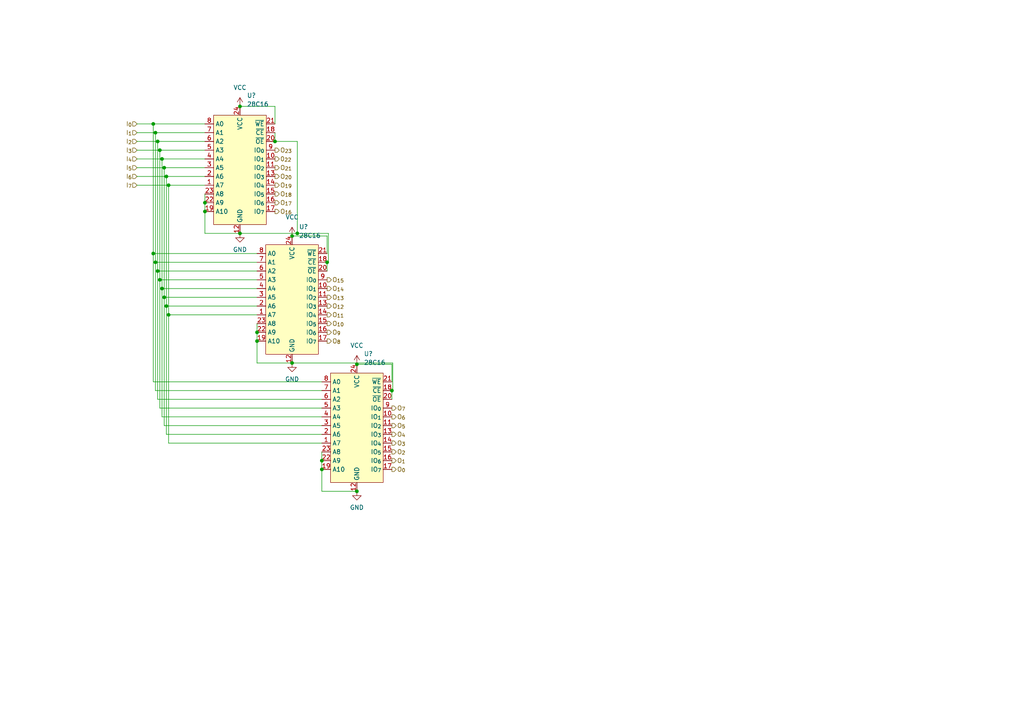
<source format=kicad_sch>
(kicad_sch (version 20211123) (generator eeschema)
  (paper "A4")
  (lib_symbols
    (symbol "Memory_EPROM:28C16"
      (property "Reference" "U" (at 0 -11.43 0))
      (property "Value" "28C16" (at 0 -7.62 0))
      (symbol "28C16_0_1"
        (rectangle (start -7.62 -1.27) (end 7.62 -33.02) (fill (type background)))
      )
      (symbol "28C16_1_1"
        (pin input line (at -10.16 -21.59 0) (length 2.54) (name "A7") (number "1"))
        (pin bidirectional line (at 10.16 -13.97 180) (length 2.54) (name "IO_{1}") (number "10"))
        (pin bidirectional line (at 10.16 -16.51 180) (length 2.54) (name "IO_{2}") (number "11"))
        (pin power_in line (at 0 -35.56 90) (length 2.54) (name "GND") (number "12"))
        (pin bidirectional line (at 10.16 -19.05 180) (length 2.54) (name "IO_{3}") (number "13"))
        (pin bidirectional line (at 10.16 -21.59 180) (length 2.54) (name "IO_{4}") (number "14"))
        (pin bidirectional line (at 10.16 -24.13 180) (length 2.54) (name "IO_{5}") (number "15"))
        (pin bidirectional line (at 10.16 -26.67 180) (length 2.54) (name "IO_{6}") (number "16"))
        (pin bidirectional line (at 10.16 -29.21 180) (length 2.54) (name "IO_{7}") (number "17"))
        (pin input line (at 10.16 -6.35 180) (length 2.54) (name "~{CE}") (number "18"))
        (pin input line (at -10.16 -29.21 0) (length 2.54) (name "A10") (number "19"))
        (pin input line (at -10.16 -19.05 0) (length 2.54) (name "A6") (number "2"))
        (pin input line (at 10.16 -8.89 180) (length 2.54) (name "~{OE}") (number "20"))
        (pin input line (at 10.16 -3.81 180) (length 2.54) (name "~{WE}") (number "21"))
        (pin input line (at -10.16 -26.67 0) (length 2.54) (name "A9") (number "22"))
        (pin input line (at -10.16 -24.13 0) (length 2.54) (name "A8") (number "23"))
        (pin power_in line (at 0 1.27 270) (length 2.54) (name "VCC") (number "24"))
        (pin input line (at -10.16 -16.51 0) (length 2.54) (name "A5") (number "3"))
        (pin input line (at -10.16 -13.97 0) (length 2.54) (name "A4") (number "4"))
        (pin input line (at -10.16 -11.43 0) (length 2.54) (name "A3") (number "5"))
        (pin input line (at -10.16 -8.89 0) (length 2.54) (name "A2") (number "6"))
        (pin input line (at -10.16 -6.35 0) (length 2.54) (name "A1") (number "7"))
        (pin input line (at -10.16 -3.81 0) (length 2.54) (name "A0") (number "8"))
        (pin bidirectional line (at 10.16 -11.43 180) (length 2.54) (name "IO_{0}") (number "9"))
      )
    )
    (symbol "power:GND" (power) (pin_names (offset 0))
      (property "Value" "GND" (at 0 -3.81 0))
      (symbol "GND_0_1"
        (polyline (pts (xy 0 0) (xy 0 -1.27) (xy 1.27 -1.27) (xy 0 -2.54) (xy -1.27 -1.27) (xy 0 -1.27)))
      )
      (symbol "GND_1_1"
        (pin power_in line (at 0 0 270) (length 0) hide (name "GND") (number "1"))
      )
    )
    (symbol "power:VCC" (power) (pin_names (offset 0))
      (property "Value" "VCC" (at 0 3.81 0))
      (symbol "VCC_0_1"
        (polyline (pts (xy -0.762 1.27) (xy 0 2.54)))
        (polyline (pts (xy 0 0) (xy 0 2.54)))
        (polyline (pts (xy 0 2.54) (xy 0.762 1.27)))
      )
      (symbol "VCC_1_1"
        (pin power_in line (at 0 0 90) (length 0) hide (name "VCC") (number "1"))
      )
    )
  )
  (junction (at 84.709 68.453))
  (junction (at 47.625 86.233))
  (junction (at 48.895 91.313))
  (junction (at 103.505 142.494))
  (junction (at 47.625 48.641))
  (junction (at 45.085 38.481))
  (junction (at 86.233 67.691))
  (junction (at 59.436 58.801))
  (junction (at 46.99 83.693))
  (junction (at 44.45 73.533))
  (junction (at 46.355 81.153))
  (junction (at 45.72 78.613))
  (junction (at 46.355 43.561))
  (junction (at 45.72 41.021))
  (junction (at 93.345 133.604))
  (junction (at 103.505 105.664))
  (junction (at 94.869 76.073))
  (junction (at 48.26 51.181))
  (junction (at 69.596 30.861))
  (junction (at 46.99 46.101))
  (junction (at 69.596 67.691))
  (junction (at 113.665 113.284))
  (junction (at 84.709 105.283))
  (junction (at 48.26 88.773))
  (junction (at 44.45 35.941))
  (junction (at 93.345 136.144))
  (junction (at 59.436 61.341))
  (junction (at 74.549 98.933))
  (junction (at 74.549 96.393))
  (junction (at 48.895 53.721))
  (junction (at 79.756 41.021))
  (junction (at 45.085 76.073))
  (wire (pts (xy 46.99 46.101) (xy 59.436 46.101)))
  (wire (pts (xy 93.345 133.604) (xy 93.345 136.144)))
  (wire (pts (xy 47.625 86.233) (xy 47.625 123.444)))
  (wire (pts (xy 45.085 113.284) (xy 93.345 113.284)))
  (wire (pts (xy 113.919 113.284) (xy 113.919 105.283)))
  (wire (pts (xy 74.549 105.283) (xy 84.709 105.283)))
  (wire (pts (xy 79.756 35.941) (xy 79.756 30.861)))
  (wire (pts (xy 46.99 120.904) (xy 93.345 120.904)))
  (wire (pts (xy 113.665 115.824) (xy 113.665 113.284)))
  (wire (pts (xy 93.345 136.144) (xy 93.345 142.494)))
  (wire (pts (xy 74.549 96.393) (xy 74.549 98.933)))
  (wire (pts (xy 45.72 41.021) (xy 59.436 41.021)))
  (wire (pts (xy 48.895 53.721) (xy 48.895 91.313)))
  (wire (pts (xy 45.72 78.613) (xy 45.72 115.824)))
  (wire (pts (xy 74.549 86.233) (xy 47.625 86.233)))
  (wire (pts (xy 93.345 123.444) (xy 47.625 123.444)))
  (wire (pts (xy 113.665 105.664) (xy 103.505 105.664)))
  (wire (pts (xy 48.26 51.181) (xy 59.436 51.181)))
  (wire (pts (xy 39.751 53.721) (xy 48.895 53.721)))
  (wire (pts (xy 48.895 91.313) (xy 48.895 128.524)))
  (wire (pts (xy 45.72 115.824) (xy 93.345 115.824)))
  (wire (pts (xy 93.345 128.524) (xy 48.895 128.524)))
  (wire (pts (xy 59.436 61.341) (xy 59.436 67.691)))
  (wire (pts (xy 48.26 125.984) (xy 93.345 125.984)))
  (wire (pts (xy 47.625 48.641) (xy 59.436 48.641)))
  (wire (pts (xy 74.549 93.853) (xy 74.549 96.393)))
  (wire (pts (xy 39.751 46.101) (xy 46.99 46.101)))
  (wire (pts (xy 113.665 110.744) (xy 113.665 105.664)))
  (wire (pts (xy 59.436 67.691) (xy 69.596 67.691)))
  (wire (pts (xy 39.751 35.941) (xy 44.45 35.941)))
  (wire (pts (xy 74.549 98.933) (xy 74.549 105.283)))
  (wire (pts (xy 44.45 35.941) (xy 44.45 73.533)))
  (wire (pts (xy 39.751 43.561) (xy 46.355 43.561)))
  (wire (pts (xy 48.895 53.721) (xy 59.436 53.721)))
  (wire (pts (xy 39.751 41.021) (xy 45.72 41.021)))
  (wire (pts (xy 74.549 88.773) (xy 48.26 88.773)))
  (wire (pts (xy 39.751 38.481) (xy 45.085 38.481)))
  (wire (pts (xy 46.355 43.561) (xy 59.436 43.561)))
  (wire (pts (xy 45.085 76.073) (xy 45.085 113.284)))
  (wire (pts (xy 93.345 131.064) (xy 93.345 133.604)))
  (wire (pts (xy 59.436 58.801) (xy 59.436 61.341)))
  (wire (pts (xy 94.869 73.533) (xy 94.869 68.453)))
  (wire (pts (xy 95.25 76.073) (xy 95.25 67.691)))
  (wire (pts (xy 46.99 46.101) (xy 46.99 83.693)))
  (wire (pts (xy 44.45 73.533) (xy 44.45 110.744)))
  (wire (pts (xy 94.869 76.073) (xy 95.25 76.073)))
  (wire (pts (xy 94.869 76.073) (xy 94.869 78.613)))
  (wire (pts (xy 93.345 142.494) (xy 103.505 142.494)))
  (wire (pts (xy 59.436 56.261) (xy 59.436 58.801)))
  (wire (pts (xy 74.549 81.153) (xy 46.355 81.153)))
  (wire (pts (xy 95.25 67.691) (xy 86.233 67.691)))
  (wire (pts (xy 44.45 110.744) (xy 93.345 110.744)))
  (wire (pts (xy 46.99 83.693) (xy 46.99 120.904)))
  (wire (pts (xy 74.549 83.693) (xy 46.99 83.693)))
  (wire (pts (xy 46.355 118.364) (xy 93.345 118.364)))
  (wire (pts (xy 45.72 41.021) (xy 45.72 78.613)))
  (wire (pts (xy 94.869 68.453) (xy 84.709 68.453)))
  (wire (pts (xy 46.355 43.561) (xy 46.355 81.153)))
  (wire (pts (xy 74.549 78.613) (xy 45.72 78.613)))
  (wire (pts (xy 45.085 38.481) (xy 59.436 38.481)))
  (wire (pts (xy 86.233 67.691) (xy 69.596 67.691)))
  (wire (pts (xy 45.085 38.481) (xy 45.085 76.073)))
  (wire (pts (xy 74.549 91.313) (xy 48.895 91.313)))
  (wire (pts (xy 44.45 35.941) (xy 59.436 35.941)))
  (wire (pts (xy 48.26 88.773) (xy 48.26 125.984)))
  (wire (pts (xy 74.549 73.533) (xy 44.45 73.533)))
  (wire (pts (xy 113.919 105.283) (xy 84.709 105.283)))
  (wire (pts (xy 39.751 48.641) (xy 47.625 48.641)))
  (wire (pts (xy 45.085 76.073) (xy 74.549 76.073)))
  (wire (pts (xy 79.756 30.861) (xy 69.596 30.861)))
  (wire (pts (xy 46.355 81.153) (xy 46.355 118.364)))
  (wire (pts (xy 79.756 41.021) (xy 79.756 38.481)))
  (wire (pts (xy 86.233 41.021) (xy 86.233 67.691)))
  (wire (pts (xy 48.26 51.181) (xy 48.26 88.773)))
  (wire (pts (xy 39.751 51.181) (xy 48.26 51.181)))
  (wire (pts (xy 113.665 113.284) (xy 113.919 113.284)))
  (wire (pts (xy 47.625 48.641) (xy 47.625 86.233)))
  (wire (pts (xy 79.756 41.021) (xy 86.233 41.021)))
  (hierarchical_label "O_{15}" (shape output) (at 94.869 81.153 0))
  (hierarchical_label "O_{13}" (shape output) (at 94.869 86.233 0))
  (hierarchical_label "O_{21}" (shape output) (at 79.756 48.641 0))
  (hierarchical_label "I_{2}" (shape input) (at 39.751 41.021 180))
  (hierarchical_label "O_{0}" (shape output) (at 113.665 136.144 0))
  (hierarchical_label "O_{5}" (shape output) (at 113.665 123.444 0))
  (hierarchical_label "O_{7}" (shape output) (at 113.665 118.364 0))
  (hierarchical_label "O_{12}" (shape output) (at 94.869 88.773 0))
  (hierarchical_label "O_{3}" (shape output) (at 113.665 128.524 0))
  (hierarchical_label "O_{11}" (shape output) (at 94.869 91.313 0))
  (hierarchical_label "I_{0}" (shape input) (at 39.751 35.941 180))
  (hierarchical_label "O_{6}" (shape output) (at 113.665 120.904 0))
  (hierarchical_label "O_{23}" (shape output) (at 79.756 43.561 0))
  (hierarchical_label "O_{9}" (shape output) (at 94.869 96.393 0))
  (hierarchical_label "O_{20}" (shape output) (at 79.756 51.181 0))
  (hierarchical_label "I_{5}" (shape input) (at 39.751 48.641 180))
  (hierarchical_label "O_{8}" (shape output) (at 94.869 98.933 0))
  (hierarchical_label "I_{4}" (shape input) (at 39.751 46.101 180))
  (hierarchical_label "I_{3}" (shape input) (at 39.751 43.561 180))
  (hierarchical_label "O_{2}" (shape output) (at 113.665 131.064 0))
  (hierarchical_label "O_{17}" (shape output) (at 79.756 58.801 0))
  (hierarchical_label "O_{18}" (shape output) (at 79.756 56.261 0))
  (hierarchical_label "O_{10}" (shape output) (at 94.869 93.853 0))
  (hierarchical_label "0_{22}" (shape output) (at 79.756 46.101 0))
  (hierarchical_label "O_{19}" (shape output) (at 79.756 53.721 0))
  (hierarchical_label "I_{1}" (shape input) (at 39.751 38.481 180))
  (hierarchical_label "O_{14}" (shape output) (at 94.869 83.693 0))
  (hierarchical_label "O_{1}" (shape output) (at 113.665 133.604 0))
  (hierarchical_label "O_{16}" (shape output) (at 79.756 61.341 0))
  (hierarchical_label "O_{4}" (shape output) (at 113.665 125.984 0))
  (hierarchical_label "I_{7}" (shape input) (at 39.751 53.721 180))
  (hierarchical_label "I_{6}" (shape input) (at 39.751 51.181 180))
  (symbol (lib_id "Memory_EPROM:28C16") (at 69.596 32.131 0)
    (property "Reference" "U?" (at 71.6154 27.686 0) (effects (justify left)))
    (property "Value" "28C16" (at 71.6154 30.226 0) (effects (justify left)))
  )
  (symbol (lib_id "power:GND") (at 69.596 67.691 0)
    (property "Reference" "#PWR?" (effects hide))
    (property "Value" "GND" (at 69.596 72.39 0))
  )
  (symbol (lib_id "power:VCC") (at 84.709 68.453 0)
    (property "Reference" "#PWR?" (effects hide))
    (property "Value" "VCC" (at 84.709 62.992 0))
  )
  (symbol (lib_id "power:VCC") (at 103.505 105.664 0)
    (property "Reference" "#PWR?" (effects hide))
    (property "Value" "VCC" (at 103.505 100.203 0))
  )
  (symbol (lib_id "power:GND") (at 103.505 142.494 0)
    (property "Reference" "#PWR?" (effects hide))
    (property "Value" "GND" (at 103.505 147.193 0))
  )
  (symbol (lib_id "power:VCC") (at 69.596 30.861 0)
    (property "Reference" "#PWR?" (effects hide))
    (property "Value" "VCC" (at 69.596 25.4 0))
  )
  (symbol (lib_id "Memory_EPROM:28C16") (at 84.709 69.723 0)
    (property "Reference" "U?" (at 86.7284 65.786 0) (effects (justify left)))
    (property "Value" "28C16" (at 86.7284 68.326 0) (effects (justify left)))
  )
  (symbol (lib_id "power:GND") (at 84.709 105.283 0)
    (property "Reference" "#PWR?" (effects hide))
    (property "Value" "GND" (at 84.709 109.982 0))
  )
  (symbol (lib_id "Memory_EPROM:28C16") (at 103.505 106.934 0)
    (property "Reference" "U?" (at 105.5244 102.616 0) (effects (justify left)))
    (property "Value" "28C16" (at 105.5244 105.156 0) (effects (justify left)))
  )
)
</source>
